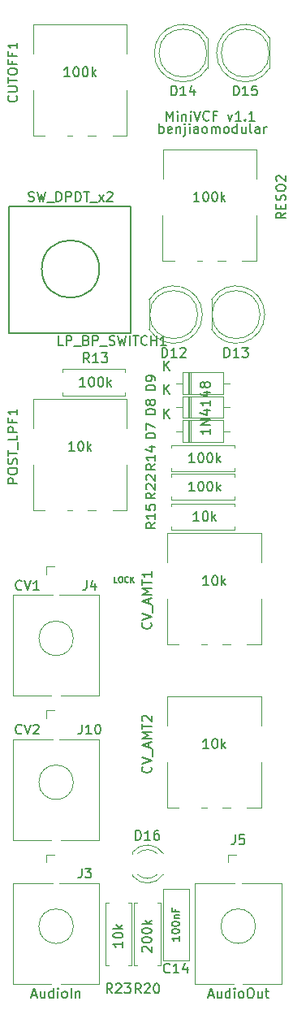
<source format=gbr>
%TF.GenerationSoftware,KiCad,Pcbnew,5.1.9+dfsg1-1~bpo10+1*%
%TF.CreationDate,2022-03-11T22:19:31+08:00*%
%TF.ProjectId,MiniVCF  v1.1 -  Control,4d696e69-5643-4462-9020-76312e31202d,rev?*%
%TF.SameCoordinates,Original*%
%TF.FileFunction,Legend,Top*%
%TF.FilePolarity,Positive*%
%FSLAX46Y46*%
G04 Gerber Fmt 4.6, Leading zero omitted, Abs format (unit mm)*
G04 Created by KiCad (PCBNEW 5.1.9+dfsg1-1~bpo10+1) date 2022-03-11 22:19:31*
%MOMM*%
%LPD*%
G01*
G04 APERTURE LIST*
%ADD10C,0.150000*%
%ADD11C,0.120000*%
G04 APERTURE END LIST*
D10*
X83853428Y-111650428D02*
X83567714Y-111650428D01*
X83567714Y-111050428D01*
X84167714Y-111050428D02*
X84282000Y-111050428D01*
X84339142Y-111079000D01*
X84396285Y-111136142D01*
X84424857Y-111250428D01*
X84424857Y-111450428D01*
X84396285Y-111564714D01*
X84339142Y-111621857D01*
X84282000Y-111650428D01*
X84167714Y-111650428D01*
X84110571Y-111621857D01*
X84053428Y-111564714D01*
X84024857Y-111450428D01*
X84024857Y-111250428D01*
X84053428Y-111136142D01*
X84110571Y-111079000D01*
X84167714Y-111050428D01*
X85024857Y-111593285D02*
X84996285Y-111621857D01*
X84910571Y-111650428D01*
X84853428Y-111650428D01*
X84767714Y-111621857D01*
X84710571Y-111564714D01*
X84682000Y-111507571D01*
X84653428Y-111393285D01*
X84653428Y-111307571D01*
X84682000Y-111193285D01*
X84710571Y-111136142D01*
X84767714Y-111079000D01*
X84853428Y-111050428D01*
X84910571Y-111050428D01*
X84996285Y-111079000D01*
X85024857Y-111107571D01*
X85282000Y-111650428D02*
X85282000Y-111050428D01*
X85624857Y-111650428D02*
X85367714Y-111307571D01*
X85624857Y-111050428D02*
X85282000Y-111393285D01*
X88276190Y-64852380D02*
X88276190Y-63852380D01*
X88276190Y-64233333D02*
X88371428Y-64185714D01*
X88561904Y-64185714D01*
X88657142Y-64233333D01*
X88704761Y-64280952D01*
X88752380Y-64376190D01*
X88752380Y-64661904D01*
X88704761Y-64757142D01*
X88657142Y-64804761D01*
X88561904Y-64852380D01*
X88371428Y-64852380D01*
X88276190Y-64804761D01*
X89561904Y-64804761D02*
X89466666Y-64852380D01*
X89276190Y-64852380D01*
X89180952Y-64804761D01*
X89133333Y-64709523D01*
X89133333Y-64328571D01*
X89180952Y-64233333D01*
X89276190Y-64185714D01*
X89466666Y-64185714D01*
X89561904Y-64233333D01*
X89609523Y-64328571D01*
X89609523Y-64423809D01*
X89133333Y-64519047D01*
X90038095Y-64185714D02*
X90038095Y-64852380D01*
X90038095Y-64280952D02*
X90085714Y-64233333D01*
X90180952Y-64185714D01*
X90323809Y-64185714D01*
X90419047Y-64233333D01*
X90466666Y-64328571D01*
X90466666Y-64852380D01*
X90942857Y-64185714D02*
X90942857Y-65042857D01*
X90895238Y-65138095D01*
X90800000Y-65185714D01*
X90752380Y-65185714D01*
X90942857Y-63852380D02*
X90895238Y-63900000D01*
X90942857Y-63947619D01*
X90990476Y-63900000D01*
X90942857Y-63852380D01*
X90942857Y-63947619D01*
X91419047Y-64852380D02*
X91419047Y-64185714D01*
X91419047Y-63852380D02*
X91371428Y-63900000D01*
X91419047Y-63947619D01*
X91466666Y-63900000D01*
X91419047Y-63852380D01*
X91419047Y-63947619D01*
X92323809Y-64852380D02*
X92323809Y-64328571D01*
X92276190Y-64233333D01*
X92180952Y-64185714D01*
X91990476Y-64185714D01*
X91895238Y-64233333D01*
X92323809Y-64804761D02*
X92228571Y-64852380D01*
X91990476Y-64852380D01*
X91895238Y-64804761D01*
X91847619Y-64709523D01*
X91847619Y-64614285D01*
X91895238Y-64519047D01*
X91990476Y-64471428D01*
X92228571Y-64471428D01*
X92323809Y-64423809D01*
X92942857Y-64852380D02*
X92847619Y-64804761D01*
X92800000Y-64757142D01*
X92752380Y-64661904D01*
X92752380Y-64376190D01*
X92800000Y-64280952D01*
X92847619Y-64233333D01*
X92942857Y-64185714D01*
X93085714Y-64185714D01*
X93180952Y-64233333D01*
X93228571Y-64280952D01*
X93276190Y-64376190D01*
X93276190Y-64661904D01*
X93228571Y-64757142D01*
X93180952Y-64804761D01*
X93085714Y-64852380D01*
X92942857Y-64852380D01*
X93704761Y-64852380D02*
X93704761Y-64185714D01*
X93704761Y-64280952D02*
X93752380Y-64233333D01*
X93847619Y-64185714D01*
X93990476Y-64185714D01*
X94085714Y-64233333D01*
X94133333Y-64328571D01*
X94133333Y-64852380D01*
X94133333Y-64328571D02*
X94180952Y-64233333D01*
X94276190Y-64185714D01*
X94419047Y-64185714D01*
X94514285Y-64233333D01*
X94561904Y-64328571D01*
X94561904Y-64852380D01*
X95180952Y-64852380D02*
X95085714Y-64804761D01*
X95038095Y-64757142D01*
X94990476Y-64661904D01*
X94990476Y-64376190D01*
X95038095Y-64280952D01*
X95085714Y-64233333D01*
X95180952Y-64185714D01*
X95323809Y-64185714D01*
X95419047Y-64233333D01*
X95466666Y-64280952D01*
X95514285Y-64376190D01*
X95514285Y-64661904D01*
X95466666Y-64757142D01*
X95419047Y-64804761D01*
X95323809Y-64852380D01*
X95180952Y-64852380D01*
X96371428Y-64852380D02*
X96371428Y-63852380D01*
X96371428Y-64804761D02*
X96276190Y-64852380D01*
X96085714Y-64852380D01*
X95990476Y-64804761D01*
X95942857Y-64757142D01*
X95895238Y-64661904D01*
X95895238Y-64376190D01*
X95942857Y-64280952D01*
X95990476Y-64233333D01*
X96085714Y-64185714D01*
X96276190Y-64185714D01*
X96371428Y-64233333D01*
X97276190Y-64185714D02*
X97276190Y-64852380D01*
X96847619Y-64185714D02*
X96847619Y-64709523D01*
X96895238Y-64804761D01*
X96990476Y-64852380D01*
X97133333Y-64852380D01*
X97228571Y-64804761D01*
X97276190Y-64757142D01*
X97895238Y-64852380D02*
X97800000Y-64804761D01*
X97752380Y-64709523D01*
X97752380Y-63852380D01*
X98704761Y-64852380D02*
X98704761Y-64328571D01*
X98657142Y-64233333D01*
X98561904Y-64185714D01*
X98371428Y-64185714D01*
X98276190Y-64233333D01*
X98704761Y-64804761D02*
X98609523Y-64852380D01*
X98371428Y-64852380D01*
X98276190Y-64804761D01*
X98228571Y-64709523D01*
X98228571Y-64614285D01*
X98276190Y-64519047D01*
X98371428Y-64471428D01*
X98609523Y-64471428D01*
X98704761Y-64423809D01*
X99180952Y-64852380D02*
X99180952Y-64185714D01*
X99180952Y-64376190D02*
X99228571Y-64280952D01*
X99276190Y-64233333D01*
X99371428Y-64185714D01*
X99466666Y-64185714D01*
X89028571Y-63552380D02*
X89028571Y-62552380D01*
X89361904Y-63266666D01*
X89695238Y-62552380D01*
X89695238Y-63552380D01*
X90171428Y-63552380D02*
X90171428Y-62885714D01*
X90171428Y-62552380D02*
X90123809Y-62600000D01*
X90171428Y-62647619D01*
X90219047Y-62600000D01*
X90171428Y-62552380D01*
X90171428Y-62647619D01*
X90647619Y-62885714D02*
X90647619Y-63552380D01*
X90647619Y-62980952D02*
X90695238Y-62933333D01*
X90790476Y-62885714D01*
X90933333Y-62885714D01*
X91028571Y-62933333D01*
X91076190Y-63028571D01*
X91076190Y-63552380D01*
X91552380Y-63552380D02*
X91552380Y-62885714D01*
X91552380Y-62552380D02*
X91504761Y-62600000D01*
X91552380Y-62647619D01*
X91600000Y-62600000D01*
X91552380Y-62552380D01*
X91552380Y-62647619D01*
X91885714Y-62552380D02*
X92219047Y-63552380D01*
X92552380Y-62552380D01*
X93457142Y-63457142D02*
X93409523Y-63504761D01*
X93266666Y-63552380D01*
X93171428Y-63552380D01*
X93028571Y-63504761D01*
X92933333Y-63409523D01*
X92885714Y-63314285D01*
X92838095Y-63123809D01*
X92838095Y-62980952D01*
X92885714Y-62790476D01*
X92933333Y-62695238D01*
X93028571Y-62600000D01*
X93171428Y-62552380D01*
X93266666Y-62552380D01*
X93409523Y-62600000D01*
X93457142Y-62647619D01*
X94219047Y-63028571D02*
X93885714Y-63028571D01*
X93885714Y-63552380D02*
X93885714Y-62552380D01*
X94361904Y-62552380D01*
X95409523Y-62885714D02*
X95647619Y-63552380D01*
X95885714Y-62885714D01*
X96790476Y-63552380D02*
X96219047Y-63552380D01*
X96504761Y-63552380D02*
X96504761Y-62552380D01*
X96409523Y-62695238D01*
X96314285Y-62790476D01*
X96219047Y-62838095D01*
X97219047Y-63457142D02*
X97266666Y-63504761D01*
X97219047Y-63552380D01*
X97171428Y-63504761D01*
X97219047Y-63457142D01*
X97219047Y-63552380D01*
X98219047Y-63552380D02*
X97647619Y-63552380D01*
X97933333Y-63552380D02*
X97933333Y-62552380D01*
X97838095Y-62695238D01*
X97742857Y-62790476D01*
X97647619Y-62838095D01*
D11*
%TO.C,D13*%
X93710000Y-82205000D02*
X93710000Y-85295000D01*
X98770000Y-83750000D02*
G75*
G03*
X98770000Y-83750000I-2500000J0D01*
G01*
X99260000Y-83750462D02*
G75*
G03*
X93710000Y-82205170I-2990000J462D01*
G01*
X99260000Y-83749538D02*
G75*
G02*
X93710000Y-85294830I-2990000J-462D01*
G01*
%TO.C,D12*%
X92270000Y-83750000D02*
G75*
G03*
X92270000Y-83750000I-2500000J0D01*
G01*
X87210000Y-82205000D02*
X87210000Y-85295000D01*
X92760000Y-83749538D02*
G75*
G02*
X87210000Y-85294830I-2990000J-462D01*
G01*
X92760000Y-83750462D02*
G75*
G03*
X87210000Y-82205170I-2990000J462D01*
G01*
%TO.C,POST_LPF1*%
X84870000Y-104120000D02*
X84870000Y-99400000D01*
X84870000Y-104120000D02*
X83380000Y-104120000D01*
X81660000Y-104120000D02*
X80830000Y-104120000D01*
X76310000Y-104120000D02*
X75130000Y-104120000D01*
X84870000Y-92530000D02*
X75130000Y-92530000D01*
X84870000Y-95590000D02*
X84870000Y-92530000D01*
X75120000Y-104120000D02*
X75120000Y-99400000D01*
X75130000Y-95590000D02*
X75130000Y-92530000D01*
X79210000Y-104120000D02*
X78680000Y-104120000D01*
%TO.C,C14*%
X88630000Y-151020000D02*
X91370000Y-151020000D01*
X91370000Y-151020000D02*
X91370000Y-143580000D01*
X88630000Y-151020000D02*
X88630000Y-143580000D01*
X88630000Y-143580000D02*
X91370000Y-143580000D01*
%TO.C,D7*%
X90690000Y-94780000D02*
X90690000Y-97020000D01*
X90690000Y-97020000D02*
X94930000Y-97020000D01*
X94930000Y-97020000D02*
X94930000Y-94780000D01*
X94930000Y-94780000D02*
X90690000Y-94780000D01*
X90040000Y-95900000D02*
X90690000Y-95900000D01*
X95580000Y-95900000D02*
X94930000Y-95900000D01*
X91410000Y-94780000D02*
X91410000Y-97020000D01*
X91530000Y-94780000D02*
X91530000Y-97020000D01*
X91290000Y-94780000D02*
X91290000Y-97020000D01*
%TO.C,D8*%
X91290000Y-92280000D02*
X91290000Y-94520000D01*
X91530000Y-92280000D02*
X91530000Y-94520000D01*
X91410000Y-92280000D02*
X91410000Y-94520000D01*
X95580000Y-93400000D02*
X94930000Y-93400000D01*
X90040000Y-93400000D02*
X90690000Y-93400000D01*
X94930000Y-92280000D02*
X90690000Y-92280000D01*
X94930000Y-94520000D02*
X94930000Y-92280000D01*
X90690000Y-94520000D02*
X94930000Y-94520000D01*
X90690000Y-92280000D02*
X90690000Y-94520000D01*
%TO.C,D9*%
X90690000Y-89780000D02*
X90690000Y-92020000D01*
X90690000Y-92020000D02*
X94930000Y-92020000D01*
X94930000Y-92020000D02*
X94930000Y-89780000D01*
X94930000Y-89780000D02*
X90690000Y-89780000D01*
X90040000Y-90900000D02*
X90690000Y-90900000D01*
X95580000Y-90900000D02*
X94930000Y-90900000D01*
X91410000Y-89780000D02*
X91410000Y-92020000D01*
X91530000Y-89780000D02*
X91530000Y-92020000D01*
X91290000Y-89780000D02*
X91290000Y-92020000D01*
%TO.C,R13*%
X78140000Y-89430000D02*
X84680000Y-89430000D01*
X78140000Y-89760000D02*
X78140000Y-89430000D01*
X78140000Y-92170000D02*
X84680000Y-92170000D01*
X84680000Y-92170000D02*
X84680000Y-91840000D01*
X78140000Y-91840000D02*
X78140000Y-92170000D01*
X84680000Y-89430000D02*
X84680000Y-89760000D01*
%TO.C,R14*%
X96080000Y-97330000D02*
X96080000Y-97660000D01*
X89540000Y-99740000D02*
X89540000Y-100070000D01*
X96080000Y-100070000D02*
X96080000Y-99740000D01*
X89540000Y-100070000D02*
X96080000Y-100070000D01*
X89540000Y-97660000D02*
X89540000Y-97330000D01*
X89540000Y-97330000D02*
X96080000Y-97330000D01*
%TO.C,R15*%
X89540000Y-103430000D02*
X96080000Y-103430000D01*
X89540000Y-103760000D02*
X89540000Y-103430000D01*
X89540000Y-106170000D02*
X96080000Y-106170000D01*
X96080000Y-106170000D02*
X96080000Y-105840000D01*
X89540000Y-105840000D02*
X89540000Y-106170000D01*
X96080000Y-103430000D02*
X96080000Y-103760000D01*
%TO.C,R20*%
X88370000Y-145040000D02*
X88370000Y-151580000D01*
X88040000Y-145040000D02*
X88370000Y-145040000D01*
X85630000Y-145040000D02*
X85630000Y-151580000D01*
X85630000Y-151580000D02*
X85960000Y-151580000D01*
X85960000Y-145040000D02*
X85630000Y-145040000D01*
X88370000Y-151580000D02*
X88040000Y-151580000D01*
%TO.C,R22*%
X89540000Y-100330000D02*
X96080000Y-100330000D01*
X89540000Y-100660000D02*
X89540000Y-100330000D01*
X89540000Y-103070000D02*
X96080000Y-103070000D01*
X96080000Y-103070000D02*
X96080000Y-102740000D01*
X89540000Y-102740000D02*
X89540000Y-103070000D01*
X96080000Y-100330000D02*
X96080000Y-100660000D01*
%TO.C,R23*%
X85370000Y-145040000D02*
X85370000Y-151580000D01*
X85040000Y-145040000D02*
X85370000Y-145040000D01*
X82630000Y-145040000D02*
X82630000Y-151580000D01*
X82630000Y-151580000D02*
X82960000Y-151580000D01*
X82960000Y-145040000D02*
X82630000Y-145040000D01*
X85370000Y-151580000D02*
X85040000Y-151580000D01*
%TO.C,CUTOFF1*%
X84870000Y-65120000D02*
X84870000Y-60400000D01*
X84870000Y-65120000D02*
X83380000Y-65120000D01*
X81660000Y-65120000D02*
X80830000Y-65120000D01*
X76310000Y-65120000D02*
X75130000Y-65120000D01*
X84870000Y-53530000D02*
X75130000Y-53530000D01*
X84870000Y-56590000D02*
X84870000Y-53530000D01*
X75120000Y-65120000D02*
X75120000Y-60400000D01*
X75130000Y-56590000D02*
X75130000Y-53530000D01*
X79210000Y-65120000D02*
X78680000Y-65120000D01*
%TO.C,CV_AMT1*%
X93210000Y-118120000D02*
X92680000Y-118120000D01*
X89130000Y-109590000D02*
X89130000Y-106530000D01*
X89120000Y-118120000D02*
X89120000Y-113400000D01*
X98870000Y-109590000D02*
X98870000Y-106530000D01*
X98870000Y-106530000D02*
X89130000Y-106530000D01*
X90310000Y-118120000D02*
X89130000Y-118120000D01*
X95660000Y-118120000D02*
X94830000Y-118120000D01*
X98870000Y-118120000D02*
X97380000Y-118120000D01*
X98870000Y-118120000D02*
X98870000Y-113400000D01*
%TO.C,CV_AMT2*%
X98870000Y-135120000D02*
X98870000Y-130400000D01*
X98870000Y-135120000D02*
X97380000Y-135120000D01*
X95660000Y-135120000D02*
X94830000Y-135120000D01*
X90310000Y-135120000D02*
X89130000Y-135120000D01*
X98870000Y-123530000D02*
X89130000Y-123530000D01*
X98870000Y-126590000D02*
X98870000Y-123530000D01*
X89120000Y-135120000D02*
X89120000Y-130400000D01*
X89130000Y-126590000D02*
X89130000Y-123530000D01*
X93210000Y-135120000D02*
X92680000Y-135120000D01*
%TO.C,D14*%
X93230000Y-56500000D02*
G75*
G03*
X93230000Y-56500000I-2500000J0D01*
G01*
X93290000Y-58045000D02*
X93290000Y-54955000D01*
X87740000Y-56500462D02*
G75*
G02*
X93290000Y-54955170I2990000J462D01*
G01*
X87740000Y-56499538D02*
G75*
G03*
X93290000Y-58044830I2990000J-462D01*
G01*
%TO.C,D15*%
X99790000Y-58045000D02*
X99790000Y-54955000D01*
X99730000Y-56500000D02*
G75*
G03*
X99730000Y-56500000I-2500000J0D01*
G01*
X94240000Y-56499538D02*
G75*
G03*
X99790000Y-58044830I2990000J-462D01*
G01*
X94240000Y-56500462D02*
G75*
G02*
X99790000Y-54955170I2990000J462D01*
G01*
%TO.C,D16*%
X85460000Y-142080000D02*
X85460000Y-142236000D01*
X85460000Y-139764000D02*
X85460000Y-139920000D01*
X88692335Y-139921392D02*
G75*
G03*
X85460000Y-139764484I-1672335J-1078608D01*
G01*
X88692335Y-142078608D02*
G75*
G02*
X85460000Y-142235516I-1672335J1078608D01*
G01*
X88061130Y-139920163D02*
G75*
G03*
X85979039Y-139920000I-1041130J-1079837D01*
G01*
X88061130Y-142079837D02*
G75*
G02*
X85979039Y-142080000I-1041130J1079837D01*
G01*
%TO.C,J3*%
X76440000Y-140000000D02*
X77300000Y-140000000D01*
X77000000Y-153480000D02*
X73000000Y-153480000D01*
X82000000Y-153480000D02*
X78000000Y-153480000D01*
X73000000Y-142980000D02*
X73000000Y-153480000D01*
X79300000Y-147480000D02*
G75*
G03*
X79300000Y-147480000I-1800000J0D01*
G01*
X77150000Y-142980000D02*
X73000000Y-142980000D01*
X82000000Y-142980000D02*
X77850000Y-142980000D01*
X82000000Y-142980000D02*
X82000000Y-153480000D01*
X76440000Y-140000000D02*
X76440000Y-140800000D01*
%TO.C,J4*%
X76440000Y-110000000D02*
X77300000Y-110000000D01*
X77000000Y-123480000D02*
X73000000Y-123480000D01*
X82000000Y-123480000D02*
X78000000Y-123480000D01*
X73000000Y-112980000D02*
X73000000Y-123480000D01*
X79300000Y-117480000D02*
G75*
G03*
X79300000Y-117480000I-1800000J0D01*
G01*
X77150000Y-112980000D02*
X73000000Y-112980000D01*
X82000000Y-112980000D02*
X77850000Y-112980000D01*
X82000000Y-112980000D02*
X82000000Y-123480000D01*
X76440000Y-110000000D02*
X76440000Y-110800000D01*
%TO.C,J5*%
X95440000Y-140000000D02*
X95440000Y-140800000D01*
X101000000Y-142980000D02*
X101000000Y-153480000D01*
X101000000Y-142980000D02*
X96850000Y-142980000D01*
X96150000Y-142980000D02*
X92000000Y-142980000D01*
X98300000Y-147480000D02*
G75*
G03*
X98300000Y-147480000I-1800000J0D01*
G01*
X92000000Y-142980000D02*
X92000000Y-153480000D01*
X101000000Y-153480000D02*
X97000000Y-153480000D01*
X96000000Y-153480000D02*
X92000000Y-153480000D01*
X95440000Y-140000000D02*
X96300000Y-140000000D01*
%TO.C,J10*%
X76440000Y-125000000D02*
X76440000Y-125800000D01*
X82000000Y-127980000D02*
X82000000Y-138480000D01*
X82000000Y-127980000D02*
X77850000Y-127980000D01*
X77150000Y-127980000D02*
X73000000Y-127980000D01*
X79300000Y-132480000D02*
G75*
G03*
X79300000Y-132480000I-1800000J0D01*
G01*
X73000000Y-127980000D02*
X73000000Y-138480000D01*
X82000000Y-138480000D02*
X78000000Y-138480000D01*
X77000000Y-138480000D02*
X73000000Y-138480000D01*
X76440000Y-125000000D02*
X77300000Y-125000000D01*
%TO.C,RESO2*%
X92710000Y-78120000D02*
X92180000Y-78120000D01*
X88630000Y-69590000D02*
X88630000Y-66530000D01*
X88620000Y-78120000D02*
X88620000Y-73400000D01*
X98370000Y-69590000D02*
X98370000Y-66530000D01*
X98370000Y-66530000D02*
X88630000Y-66530000D01*
X89810000Y-78120000D02*
X88630000Y-78120000D01*
X95160000Y-78120000D02*
X94330000Y-78120000D01*
X98370000Y-78120000D02*
X96880000Y-78120000D01*
X98370000Y-78120000D02*
X98370000Y-73400000D01*
D10*
%TO.C,LP_BP_SWITCH1*%
X82000833Y-79000000D02*
G75*
G03*
X82000833Y-79000000I-3000417J0D01*
G01*
X85300000Y-85700000D02*
X72600000Y-85700000D01*
X72600000Y-85700000D02*
X72600000Y-72500000D01*
X85300000Y-72500000D02*
X85300000Y-85700000D01*
X72600000Y-72500000D02*
X85300000Y-72500000D01*
%TO.C,D13*%
X95055714Y-88202380D02*
X95055714Y-87202380D01*
X95293809Y-87202380D01*
X95436666Y-87250000D01*
X95531904Y-87345238D01*
X95579523Y-87440476D01*
X95627142Y-87630952D01*
X95627142Y-87773809D01*
X95579523Y-87964285D01*
X95531904Y-88059523D01*
X95436666Y-88154761D01*
X95293809Y-88202380D01*
X95055714Y-88202380D01*
X96579523Y-88202380D02*
X96008095Y-88202380D01*
X96293809Y-88202380D02*
X96293809Y-87202380D01*
X96198571Y-87345238D01*
X96103333Y-87440476D01*
X96008095Y-87488095D01*
X96912857Y-87202380D02*
X97531904Y-87202380D01*
X97198571Y-87583333D01*
X97341428Y-87583333D01*
X97436666Y-87630952D01*
X97484285Y-87678571D01*
X97531904Y-87773809D01*
X97531904Y-88011904D01*
X97484285Y-88107142D01*
X97436666Y-88154761D01*
X97341428Y-88202380D01*
X97055714Y-88202380D01*
X96960476Y-88154761D01*
X96912857Y-88107142D01*
%TO.C,D12*%
X88555714Y-88202380D02*
X88555714Y-87202380D01*
X88793809Y-87202380D01*
X88936666Y-87250000D01*
X89031904Y-87345238D01*
X89079523Y-87440476D01*
X89127142Y-87630952D01*
X89127142Y-87773809D01*
X89079523Y-87964285D01*
X89031904Y-88059523D01*
X88936666Y-88154761D01*
X88793809Y-88202380D01*
X88555714Y-88202380D01*
X90079523Y-88202380D02*
X89508095Y-88202380D01*
X89793809Y-88202380D02*
X89793809Y-87202380D01*
X89698571Y-87345238D01*
X89603333Y-87440476D01*
X89508095Y-87488095D01*
X90460476Y-87297619D02*
X90508095Y-87250000D01*
X90603333Y-87202380D01*
X90841428Y-87202380D01*
X90936666Y-87250000D01*
X90984285Y-87297619D01*
X91031904Y-87392857D01*
X91031904Y-87488095D01*
X90984285Y-87630952D01*
X90412857Y-88202380D01*
X91031904Y-88202380D01*
%TO.C,POST_LPF1*%
X73452380Y-101333333D02*
X72452380Y-101333333D01*
X72452380Y-100952380D01*
X72500000Y-100857142D01*
X72547619Y-100809523D01*
X72642857Y-100761904D01*
X72785714Y-100761904D01*
X72880952Y-100809523D01*
X72928571Y-100857142D01*
X72976190Y-100952380D01*
X72976190Y-101333333D01*
X72452380Y-100142857D02*
X72452380Y-99952380D01*
X72500000Y-99857142D01*
X72595238Y-99761904D01*
X72785714Y-99714285D01*
X73119047Y-99714285D01*
X73309523Y-99761904D01*
X73404761Y-99857142D01*
X73452380Y-99952380D01*
X73452380Y-100142857D01*
X73404761Y-100238095D01*
X73309523Y-100333333D01*
X73119047Y-100380952D01*
X72785714Y-100380952D01*
X72595238Y-100333333D01*
X72500000Y-100238095D01*
X72452380Y-100142857D01*
X73404761Y-99333333D02*
X73452380Y-99190476D01*
X73452380Y-98952380D01*
X73404761Y-98857142D01*
X73357142Y-98809523D01*
X73261904Y-98761904D01*
X73166666Y-98761904D01*
X73071428Y-98809523D01*
X73023809Y-98857142D01*
X72976190Y-98952380D01*
X72928571Y-99142857D01*
X72880952Y-99238095D01*
X72833333Y-99285714D01*
X72738095Y-99333333D01*
X72642857Y-99333333D01*
X72547619Y-99285714D01*
X72500000Y-99238095D01*
X72452380Y-99142857D01*
X72452380Y-98904761D01*
X72500000Y-98761904D01*
X72452380Y-98476190D02*
X72452380Y-97904761D01*
X73452380Y-98190476D02*
X72452380Y-98190476D01*
X73547619Y-97809523D02*
X73547619Y-97047619D01*
X73452380Y-96333333D02*
X73452380Y-96809523D01*
X72452380Y-96809523D01*
X73452380Y-96000000D02*
X72452380Y-96000000D01*
X72452380Y-95619047D01*
X72500000Y-95523809D01*
X72547619Y-95476190D01*
X72642857Y-95428571D01*
X72785714Y-95428571D01*
X72880952Y-95476190D01*
X72928571Y-95523809D01*
X72976190Y-95619047D01*
X72976190Y-96000000D01*
X72928571Y-94666666D02*
X72928571Y-95000000D01*
X73452380Y-95000000D02*
X72452380Y-95000000D01*
X72452380Y-94523809D01*
X73452380Y-93619047D02*
X73452380Y-94190476D01*
X73452380Y-93904761D02*
X72452380Y-93904761D01*
X72595238Y-94000000D01*
X72690476Y-94095238D01*
X72738095Y-94190476D01*
X79404761Y-97952380D02*
X78833333Y-97952380D01*
X79119047Y-97952380D02*
X79119047Y-96952380D01*
X79023809Y-97095238D01*
X78928571Y-97190476D01*
X78833333Y-97238095D01*
X80023809Y-96952380D02*
X80119047Y-96952380D01*
X80214285Y-97000000D01*
X80261904Y-97047619D01*
X80309523Y-97142857D01*
X80357142Y-97333333D01*
X80357142Y-97571428D01*
X80309523Y-97761904D01*
X80261904Y-97857142D01*
X80214285Y-97904761D01*
X80119047Y-97952380D01*
X80023809Y-97952380D01*
X79928571Y-97904761D01*
X79880952Y-97857142D01*
X79833333Y-97761904D01*
X79785714Y-97571428D01*
X79785714Y-97333333D01*
X79833333Y-97142857D01*
X79880952Y-97047619D01*
X79928571Y-97000000D01*
X80023809Y-96952380D01*
X80785714Y-97952380D02*
X80785714Y-96952380D01*
X80880952Y-97571428D02*
X81166666Y-97952380D01*
X81166666Y-97285714D02*
X80785714Y-97666666D01*
%TO.C,C14*%
X89357142Y-152257142D02*
X89309523Y-152304761D01*
X89166666Y-152352380D01*
X89071428Y-152352380D01*
X88928571Y-152304761D01*
X88833333Y-152209523D01*
X88785714Y-152114285D01*
X88738095Y-151923809D01*
X88738095Y-151780952D01*
X88785714Y-151590476D01*
X88833333Y-151495238D01*
X88928571Y-151400000D01*
X89071428Y-151352380D01*
X89166666Y-151352380D01*
X89309523Y-151400000D01*
X89357142Y-151447619D01*
X90309523Y-152352380D02*
X89738095Y-152352380D01*
X90023809Y-152352380D02*
X90023809Y-151352380D01*
X89928571Y-151495238D01*
X89833333Y-151590476D01*
X89738095Y-151638095D01*
X91166666Y-151685714D02*
X91166666Y-152352380D01*
X90928571Y-151304761D02*
X90690476Y-152019047D01*
X91309523Y-152019047D01*
X90361904Y-148538095D02*
X90361904Y-148995238D01*
X90361904Y-148766666D02*
X89561904Y-148766666D01*
X89676190Y-148842857D01*
X89752380Y-148919047D01*
X89790476Y-148995238D01*
X89561904Y-148042857D02*
X89561904Y-147966666D01*
X89600000Y-147890476D01*
X89638095Y-147852380D01*
X89714285Y-147814285D01*
X89866666Y-147776190D01*
X90057142Y-147776190D01*
X90209523Y-147814285D01*
X90285714Y-147852380D01*
X90323809Y-147890476D01*
X90361904Y-147966666D01*
X90361904Y-148042857D01*
X90323809Y-148119047D01*
X90285714Y-148157142D01*
X90209523Y-148195238D01*
X90057142Y-148233333D01*
X89866666Y-148233333D01*
X89714285Y-148195238D01*
X89638095Y-148157142D01*
X89600000Y-148119047D01*
X89561904Y-148042857D01*
X89561904Y-147280952D02*
X89561904Y-147204761D01*
X89600000Y-147128571D01*
X89638095Y-147090476D01*
X89714285Y-147052380D01*
X89866666Y-147014285D01*
X90057142Y-147014285D01*
X90209523Y-147052380D01*
X90285714Y-147090476D01*
X90323809Y-147128571D01*
X90361904Y-147204761D01*
X90361904Y-147280952D01*
X90323809Y-147357142D01*
X90285714Y-147395238D01*
X90209523Y-147433333D01*
X90057142Y-147471428D01*
X89866666Y-147471428D01*
X89714285Y-147433333D01*
X89638095Y-147395238D01*
X89600000Y-147357142D01*
X89561904Y-147280952D01*
X89828571Y-146671428D02*
X90361904Y-146671428D01*
X89904761Y-146671428D02*
X89866666Y-146633333D01*
X89828571Y-146557142D01*
X89828571Y-146442857D01*
X89866666Y-146366666D01*
X89942857Y-146328571D01*
X90361904Y-146328571D01*
X89942857Y-145680952D02*
X89942857Y-145947619D01*
X90361904Y-145947619D02*
X89561904Y-145947619D01*
X89561904Y-145566666D01*
%TO.C,D7*%
X87852380Y-96638095D02*
X86852380Y-96638095D01*
X86852380Y-96400000D01*
X86900000Y-96257142D01*
X86995238Y-96161904D01*
X87090476Y-96114285D01*
X87280952Y-96066666D01*
X87423809Y-96066666D01*
X87614285Y-96114285D01*
X87709523Y-96161904D01*
X87804761Y-96257142D01*
X87852380Y-96400000D01*
X87852380Y-96638095D01*
X86852380Y-95733333D02*
X86852380Y-95066666D01*
X87852380Y-95495238D01*
X88738095Y-94552380D02*
X88738095Y-93552380D01*
X89309523Y-94552380D02*
X88880952Y-93980952D01*
X89309523Y-93552380D02*
X88738095Y-94123809D01*
%TO.C,D8*%
X87852380Y-94138095D02*
X86852380Y-94138095D01*
X86852380Y-93900000D01*
X86900000Y-93757142D01*
X86995238Y-93661904D01*
X87090476Y-93614285D01*
X87280952Y-93566666D01*
X87423809Y-93566666D01*
X87614285Y-93614285D01*
X87709523Y-93661904D01*
X87804761Y-93757142D01*
X87852380Y-93900000D01*
X87852380Y-94138095D01*
X87280952Y-92995238D02*
X87233333Y-93090476D01*
X87185714Y-93138095D01*
X87090476Y-93185714D01*
X87042857Y-93185714D01*
X86947619Y-93138095D01*
X86900000Y-93090476D01*
X86852380Y-92995238D01*
X86852380Y-92804761D01*
X86900000Y-92709523D01*
X86947619Y-92661904D01*
X87042857Y-92614285D01*
X87090476Y-92614285D01*
X87185714Y-92661904D01*
X87233333Y-92709523D01*
X87280952Y-92804761D01*
X87280952Y-92995238D01*
X87328571Y-93090476D01*
X87376190Y-93138095D01*
X87471428Y-93185714D01*
X87661904Y-93185714D01*
X87757142Y-93138095D01*
X87804761Y-93090476D01*
X87852380Y-92995238D01*
X87852380Y-92804761D01*
X87804761Y-92709523D01*
X87757142Y-92661904D01*
X87661904Y-92614285D01*
X87471428Y-92614285D01*
X87376190Y-92661904D01*
X87328571Y-92709523D01*
X87280952Y-92804761D01*
X88738095Y-92052380D02*
X88738095Y-91052380D01*
X89309523Y-92052380D02*
X88880952Y-91480952D01*
X89309523Y-91052380D02*
X88738095Y-91623809D01*
%TO.C,D9*%
X87852380Y-91638095D02*
X86852380Y-91638095D01*
X86852380Y-91400000D01*
X86900000Y-91257142D01*
X86995238Y-91161904D01*
X87090476Y-91114285D01*
X87280952Y-91066666D01*
X87423809Y-91066666D01*
X87614285Y-91114285D01*
X87709523Y-91161904D01*
X87804761Y-91257142D01*
X87852380Y-91400000D01*
X87852380Y-91638095D01*
X87852380Y-90590476D02*
X87852380Y-90400000D01*
X87804761Y-90304761D01*
X87757142Y-90257142D01*
X87614285Y-90161904D01*
X87423809Y-90114285D01*
X87042857Y-90114285D01*
X86947619Y-90161904D01*
X86900000Y-90209523D01*
X86852380Y-90304761D01*
X86852380Y-90495238D01*
X86900000Y-90590476D01*
X86947619Y-90638095D01*
X87042857Y-90685714D01*
X87280952Y-90685714D01*
X87376190Y-90638095D01*
X87423809Y-90590476D01*
X87471428Y-90495238D01*
X87471428Y-90304761D01*
X87423809Y-90209523D01*
X87376190Y-90161904D01*
X87280952Y-90114285D01*
X93552380Y-95642857D02*
X93552380Y-96214285D01*
X93552380Y-95928571D02*
X92552380Y-95928571D01*
X92695238Y-96023809D01*
X92790476Y-96119047D01*
X92838095Y-96214285D01*
X93552380Y-95214285D02*
X92552380Y-95214285D01*
X93552380Y-94642857D01*
X92552380Y-94642857D01*
X92885714Y-93738095D02*
X93552380Y-93738095D01*
X92504761Y-93976190D02*
X93219047Y-94214285D01*
X93219047Y-93595238D01*
X93552380Y-92690476D02*
X93552380Y-93261904D01*
X93552380Y-92976190D02*
X92552380Y-92976190D01*
X92695238Y-93071428D01*
X92790476Y-93166666D01*
X92838095Y-93261904D01*
X92885714Y-91833333D02*
X93552380Y-91833333D01*
X92504761Y-92071428D02*
X93219047Y-92309523D01*
X93219047Y-91690476D01*
X92980952Y-91166666D02*
X92933333Y-91261904D01*
X92885714Y-91309523D01*
X92790476Y-91357142D01*
X92742857Y-91357142D01*
X92647619Y-91309523D01*
X92600000Y-91261904D01*
X92552380Y-91166666D01*
X92552380Y-90976190D01*
X92600000Y-90880952D01*
X92647619Y-90833333D01*
X92742857Y-90785714D01*
X92790476Y-90785714D01*
X92885714Y-90833333D01*
X92933333Y-90880952D01*
X92980952Y-90976190D01*
X92980952Y-91166666D01*
X93028571Y-91261904D01*
X93076190Y-91309523D01*
X93171428Y-91357142D01*
X93361904Y-91357142D01*
X93457142Y-91309523D01*
X93504761Y-91261904D01*
X93552380Y-91166666D01*
X93552380Y-90976190D01*
X93504761Y-90880952D01*
X93457142Y-90833333D01*
X93361904Y-90785714D01*
X93171428Y-90785714D01*
X93076190Y-90833333D01*
X93028571Y-90880952D01*
X92980952Y-90976190D01*
X88738095Y-89552380D02*
X88738095Y-88552380D01*
X89309523Y-89552380D02*
X88880952Y-88980952D01*
X89309523Y-88552380D02*
X88738095Y-89123809D01*
%TO.C,R13*%
X80957142Y-88752380D02*
X80623809Y-88276190D01*
X80385714Y-88752380D02*
X80385714Y-87752380D01*
X80766666Y-87752380D01*
X80861904Y-87800000D01*
X80909523Y-87847619D01*
X80957142Y-87942857D01*
X80957142Y-88085714D01*
X80909523Y-88180952D01*
X80861904Y-88228571D01*
X80766666Y-88276190D01*
X80385714Y-88276190D01*
X81909523Y-88752380D02*
X81338095Y-88752380D01*
X81623809Y-88752380D02*
X81623809Y-87752380D01*
X81528571Y-87895238D01*
X81433333Y-87990476D01*
X81338095Y-88038095D01*
X82242857Y-87752380D02*
X82861904Y-87752380D01*
X82528571Y-88133333D01*
X82671428Y-88133333D01*
X82766666Y-88180952D01*
X82814285Y-88228571D01*
X82861904Y-88323809D01*
X82861904Y-88561904D01*
X82814285Y-88657142D01*
X82766666Y-88704761D01*
X82671428Y-88752380D01*
X82385714Y-88752380D01*
X82290476Y-88704761D01*
X82242857Y-88657142D01*
X80528571Y-91252380D02*
X79957142Y-91252380D01*
X80242857Y-91252380D02*
X80242857Y-90252380D01*
X80147619Y-90395238D01*
X80052380Y-90490476D01*
X79957142Y-90538095D01*
X81147619Y-90252380D02*
X81242857Y-90252380D01*
X81338095Y-90300000D01*
X81385714Y-90347619D01*
X81433333Y-90442857D01*
X81480952Y-90633333D01*
X81480952Y-90871428D01*
X81433333Y-91061904D01*
X81385714Y-91157142D01*
X81338095Y-91204761D01*
X81242857Y-91252380D01*
X81147619Y-91252380D01*
X81052380Y-91204761D01*
X81004761Y-91157142D01*
X80957142Y-91061904D01*
X80909523Y-90871428D01*
X80909523Y-90633333D01*
X80957142Y-90442857D01*
X81004761Y-90347619D01*
X81052380Y-90300000D01*
X81147619Y-90252380D01*
X82100000Y-90252380D02*
X82195238Y-90252380D01*
X82290476Y-90300000D01*
X82338095Y-90347619D01*
X82385714Y-90442857D01*
X82433333Y-90633333D01*
X82433333Y-90871428D01*
X82385714Y-91061904D01*
X82338095Y-91157142D01*
X82290476Y-91204761D01*
X82195238Y-91252380D01*
X82100000Y-91252380D01*
X82004761Y-91204761D01*
X81957142Y-91157142D01*
X81909523Y-91061904D01*
X81861904Y-90871428D01*
X81861904Y-90633333D01*
X81909523Y-90442857D01*
X81957142Y-90347619D01*
X82004761Y-90300000D01*
X82100000Y-90252380D01*
X82861904Y-91252380D02*
X82861904Y-90252380D01*
X82957142Y-90871428D02*
X83242857Y-91252380D01*
X83242857Y-90585714D02*
X82861904Y-90966666D01*
%TO.C,R14*%
X87852380Y-99342857D02*
X87376190Y-99676190D01*
X87852380Y-99914285D02*
X86852380Y-99914285D01*
X86852380Y-99533333D01*
X86900000Y-99438095D01*
X86947619Y-99390476D01*
X87042857Y-99342857D01*
X87185714Y-99342857D01*
X87280952Y-99390476D01*
X87328571Y-99438095D01*
X87376190Y-99533333D01*
X87376190Y-99914285D01*
X87852380Y-98390476D02*
X87852380Y-98961904D01*
X87852380Y-98676190D02*
X86852380Y-98676190D01*
X86995238Y-98771428D01*
X87090476Y-98866666D01*
X87138095Y-98961904D01*
X87185714Y-97533333D02*
X87852380Y-97533333D01*
X86804761Y-97771428D02*
X87519047Y-98009523D01*
X87519047Y-97390476D01*
X91928571Y-99152380D02*
X91357142Y-99152380D01*
X91642857Y-99152380D02*
X91642857Y-98152380D01*
X91547619Y-98295238D01*
X91452380Y-98390476D01*
X91357142Y-98438095D01*
X92547619Y-98152380D02*
X92642857Y-98152380D01*
X92738095Y-98200000D01*
X92785714Y-98247619D01*
X92833333Y-98342857D01*
X92880952Y-98533333D01*
X92880952Y-98771428D01*
X92833333Y-98961904D01*
X92785714Y-99057142D01*
X92738095Y-99104761D01*
X92642857Y-99152380D01*
X92547619Y-99152380D01*
X92452380Y-99104761D01*
X92404761Y-99057142D01*
X92357142Y-98961904D01*
X92309523Y-98771428D01*
X92309523Y-98533333D01*
X92357142Y-98342857D01*
X92404761Y-98247619D01*
X92452380Y-98200000D01*
X92547619Y-98152380D01*
X93500000Y-98152380D02*
X93595238Y-98152380D01*
X93690476Y-98200000D01*
X93738095Y-98247619D01*
X93785714Y-98342857D01*
X93833333Y-98533333D01*
X93833333Y-98771428D01*
X93785714Y-98961904D01*
X93738095Y-99057142D01*
X93690476Y-99104761D01*
X93595238Y-99152380D01*
X93500000Y-99152380D01*
X93404761Y-99104761D01*
X93357142Y-99057142D01*
X93309523Y-98961904D01*
X93261904Y-98771428D01*
X93261904Y-98533333D01*
X93309523Y-98342857D01*
X93357142Y-98247619D01*
X93404761Y-98200000D01*
X93500000Y-98152380D01*
X94261904Y-99152380D02*
X94261904Y-98152380D01*
X94357142Y-98771428D02*
X94642857Y-99152380D01*
X94642857Y-98485714D02*
X94261904Y-98866666D01*
%TO.C,R15*%
X87852380Y-105442857D02*
X87376190Y-105776190D01*
X87852380Y-106014285D02*
X86852380Y-106014285D01*
X86852380Y-105633333D01*
X86900000Y-105538095D01*
X86947619Y-105490476D01*
X87042857Y-105442857D01*
X87185714Y-105442857D01*
X87280952Y-105490476D01*
X87328571Y-105538095D01*
X87376190Y-105633333D01*
X87376190Y-106014285D01*
X87852380Y-104490476D02*
X87852380Y-105061904D01*
X87852380Y-104776190D02*
X86852380Y-104776190D01*
X86995238Y-104871428D01*
X87090476Y-104966666D01*
X87138095Y-105061904D01*
X86852380Y-103585714D02*
X86852380Y-104061904D01*
X87328571Y-104109523D01*
X87280952Y-104061904D01*
X87233333Y-103966666D01*
X87233333Y-103728571D01*
X87280952Y-103633333D01*
X87328571Y-103585714D01*
X87423809Y-103538095D01*
X87661904Y-103538095D01*
X87757142Y-103585714D01*
X87804761Y-103633333D01*
X87852380Y-103728571D01*
X87852380Y-103966666D01*
X87804761Y-104061904D01*
X87757142Y-104109523D01*
X92404761Y-105252380D02*
X91833333Y-105252380D01*
X92119047Y-105252380D02*
X92119047Y-104252380D01*
X92023809Y-104395238D01*
X91928571Y-104490476D01*
X91833333Y-104538095D01*
X93023809Y-104252380D02*
X93119047Y-104252380D01*
X93214285Y-104300000D01*
X93261904Y-104347619D01*
X93309523Y-104442857D01*
X93357142Y-104633333D01*
X93357142Y-104871428D01*
X93309523Y-105061904D01*
X93261904Y-105157142D01*
X93214285Y-105204761D01*
X93119047Y-105252380D01*
X93023809Y-105252380D01*
X92928571Y-105204761D01*
X92880952Y-105157142D01*
X92833333Y-105061904D01*
X92785714Y-104871428D01*
X92785714Y-104633333D01*
X92833333Y-104442857D01*
X92880952Y-104347619D01*
X92928571Y-104300000D01*
X93023809Y-104252380D01*
X93785714Y-105252380D02*
X93785714Y-104252380D01*
X93880952Y-104871428D02*
X94166666Y-105252380D01*
X94166666Y-104585714D02*
X93785714Y-104966666D01*
%TO.C,R20*%
X86357142Y-154452380D02*
X86023809Y-153976190D01*
X85785714Y-154452380D02*
X85785714Y-153452380D01*
X86166666Y-153452380D01*
X86261904Y-153500000D01*
X86309523Y-153547619D01*
X86357142Y-153642857D01*
X86357142Y-153785714D01*
X86309523Y-153880952D01*
X86261904Y-153928571D01*
X86166666Y-153976190D01*
X85785714Y-153976190D01*
X86738095Y-153547619D02*
X86785714Y-153500000D01*
X86880952Y-153452380D01*
X87119047Y-153452380D01*
X87214285Y-153500000D01*
X87261904Y-153547619D01*
X87309523Y-153642857D01*
X87309523Y-153738095D01*
X87261904Y-153880952D01*
X86690476Y-154452380D01*
X87309523Y-154452380D01*
X87928571Y-153452380D02*
X88023809Y-153452380D01*
X88119047Y-153500000D01*
X88166666Y-153547619D01*
X88214285Y-153642857D01*
X88261904Y-153833333D01*
X88261904Y-154071428D01*
X88214285Y-154261904D01*
X88166666Y-154357142D01*
X88119047Y-154404761D01*
X88023809Y-154452380D01*
X87928571Y-154452380D01*
X87833333Y-154404761D01*
X87785714Y-154357142D01*
X87738095Y-154261904D01*
X87690476Y-154071428D01*
X87690476Y-153833333D01*
X87738095Y-153642857D01*
X87785714Y-153547619D01*
X87833333Y-153500000D01*
X87928571Y-153452380D01*
X86547619Y-150142857D02*
X86500000Y-150095238D01*
X86452380Y-150000000D01*
X86452380Y-149761904D01*
X86500000Y-149666666D01*
X86547619Y-149619047D01*
X86642857Y-149571428D01*
X86738095Y-149571428D01*
X86880952Y-149619047D01*
X87452380Y-150190476D01*
X87452380Y-149571428D01*
X86452380Y-148952380D02*
X86452380Y-148857142D01*
X86500000Y-148761904D01*
X86547619Y-148714285D01*
X86642857Y-148666666D01*
X86833333Y-148619047D01*
X87071428Y-148619047D01*
X87261904Y-148666666D01*
X87357142Y-148714285D01*
X87404761Y-148761904D01*
X87452380Y-148857142D01*
X87452380Y-148952380D01*
X87404761Y-149047619D01*
X87357142Y-149095238D01*
X87261904Y-149142857D01*
X87071428Y-149190476D01*
X86833333Y-149190476D01*
X86642857Y-149142857D01*
X86547619Y-149095238D01*
X86500000Y-149047619D01*
X86452380Y-148952380D01*
X86452380Y-148000000D02*
X86452380Y-147904761D01*
X86500000Y-147809523D01*
X86547619Y-147761904D01*
X86642857Y-147714285D01*
X86833333Y-147666666D01*
X87071428Y-147666666D01*
X87261904Y-147714285D01*
X87357142Y-147761904D01*
X87404761Y-147809523D01*
X87452380Y-147904761D01*
X87452380Y-148000000D01*
X87404761Y-148095238D01*
X87357142Y-148142857D01*
X87261904Y-148190476D01*
X87071428Y-148238095D01*
X86833333Y-148238095D01*
X86642857Y-148190476D01*
X86547619Y-148142857D01*
X86500000Y-148095238D01*
X86452380Y-148000000D01*
X87452380Y-147238095D02*
X86452380Y-147238095D01*
X87071428Y-147142857D02*
X87452380Y-146857142D01*
X86785714Y-146857142D02*
X87166666Y-147238095D01*
%TO.C,R22*%
X87852380Y-102342857D02*
X87376190Y-102676190D01*
X87852380Y-102914285D02*
X86852380Y-102914285D01*
X86852380Y-102533333D01*
X86900000Y-102438095D01*
X86947619Y-102390476D01*
X87042857Y-102342857D01*
X87185714Y-102342857D01*
X87280952Y-102390476D01*
X87328571Y-102438095D01*
X87376190Y-102533333D01*
X87376190Y-102914285D01*
X86947619Y-101961904D02*
X86900000Y-101914285D01*
X86852380Y-101819047D01*
X86852380Y-101580952D01*
X86900000Y-101485714D01*
X86947619Y-101438095D01*
X87042857Y-101390476D01*
X87138095Y-101390476D01*
X87280952Y-101438095D01*
X87852380Y-102009523D01*
X87852380Y-101390476D01*
X86947619Y-101009523D02*
X86900000Y-100961904D01*
X86852380Y-100866666D01*
X86852380Y-100628571D01*
X86900000Y-100533333D01*
X86947619Y-100485714D01*
X87042857Y-100438095D01*
X87138095Y-100438095D01*
X87280952Y-100485714D01*
X87852380Y-101057142D01*
X87852380Y-100438095D01*
X91928571Y-102152380D02*
X91357142Y-102152380D01*
X91642857Y-102152380D02*
X91642857Y-101152380D01*
X91547619Y-101295238D01*
X91452380Y-101390476D01*
X91357142Y-101438095D01*
X92547619Y-101152380D02*
X92642857Y-101152380D01*
X92738095Y-101200000D01*
X92785714Y-101247619D01*
X92833333Y-101342857D01*
X92880952Y-101533333D01*
X92880952Y-101771428D01*
X92833333Y-101961904D01*
X92785714Y-102057142D01*
X92738095Y-102104761D01*
X92642857Y-102152380D01*
X92547619Y-102152380D01*
X92452380Y-102104761D01*
X92404761Y-102057142D01*
X92357142Y-101961904D01*
X92309523Y-101771428D01*
X92309523Y-101533333D01*
X92357142Y-101342857D01*
X92404761Y-101247619D01*
X92452380Y-101200000D01*
X92547619Y-101152380D01*
X93500000Y-101152380D02*
X93595238Y-101152380D01*
X93690476Y-101200000D01*
X93738095Y-101247619D01*
X93785714Y-101342857D01*
X93833333Y-101533333D01*
X93833333Y-101771428D01*
X93785714Y-101961904D01*
X93738095Y-102057142D01*
X93690476Y-102104761D01*
X93595238Y-102152380D01*
X93500000Y-102152380D01*
X93404761Y-102104761D01*
X93357142Y-102057142D01*
X93309523Y-101961904D01*
X93261904Y-101771428D01*
X93261904Y-101533333D01*
X93309523Y-101342857D01*
X93357142Y-101247619D01*
X93404761Y-101200000D01*
X93500000Y-101152380D01*
X94261904Y-102152380D02*
X94261904Y-101152380D01*
X94357142Y-101771428D02*
X94642857Y-102152380D01*
X94642857Y-101485714D02*
X94261904Y-101866666D01*
%TO.C,R23*%
X83357142Y-154452380D02*
X83023809Y-153976190D01*
X82785714Y-154452380D02*
X82785714Y-153452380D01*
X83166666Y-153452380D01*
X83261904Y-153500000D01*
X83309523Y-153547619D01*
X83357142Y-153642857D01*
X83357142Y-153785714D01*
X83309523Y-153880952D01*
X83261904Y-153928571D01*
X83166666Y-153976190D01*
X82785714Y-153976190D01*
X83738095Y-153547619D02*
X83785714Y-153500000D01*
X83880952Y-153452380D01*
X84119047Y-153452380D01*
X84214285Y-153500000D01*
X84261904Y-153547619D01*
X84309523Y-153642857D01*
X84309523Y-153738095D01*
X84261904Y-153880952D01*
X83690476Y-154452380D01*
X84309523Y-154452380D01*
X84642857Y-153452380D02*
X85261904Y-153452380D01*
X84928571Y-153833333D01*
X85071428Y-153833333D01*
X85166666Y-153880952D01*
X85214285Y-153928571D01*
X85261904Y-154023809D01*
X85261904Y-154261904D01*
X85214285Y-154357142D01*
X85166666Y-154404761D01*
X85071428Y-154452380D01*
X84785714Y-154452380D01*
X84690476Y-154404761D01*
X84642857Y-154357142D01*
X84452380Y-149095238D02*
X84452380Y-149666666D01*
X84452380Y-149380952D02*
X83452380Y-149380952D01*
X83595238Y-149476190D01*
X83690476Y-149571428D01*
X83738095Y-149666666D01*
X83452380Y-148476190D02*
X83452380Y-148380952D01*
X83500000Y-148285714D01*
X83547619Y-148238095D01*
X83642857Y-148190476D01*
X83833333Y-148142857D01*
X84071428Y-148142857D01*
X84261904Y-148190476D01*
X84357142Y-148238095D01*
X84404761Y-148285714D01*
X84452380Y-148380952D01*
X84452380Y-148476190D01*
X84404761Y-148571428D01*
X84357142Y-148619047D01*
X84261904Y-148666666D01*
X84071428Y-148714285D01*
X83833333Y-148714285D01*
X83642857Y-148666666D01*
X83547619Y-148619047D01*
X83500000Y-148571428D01*
X83452380Y-148476190D01*
X84452380Y-147714285D02*
X83452380Y-147714285D01*
X84071428Y-147619047D02*
X84452380Y-147333333D01*
X83785714Y-147333333D02*
X84166666Y-147714285D01*
%TO.C,CUTOFF1*%
X73357142Y-60952380D02*
X73404761Y-61000000D01*
X73452380Y-61142857D01*
X73452380Y-61238095D01*
X73404761Y-61380952D01*
X73309523Y-61476190D01*
X73214285Y-61523809D01*
X73023809Y-61571428D01*
X72880952Y-61571428D01*
X72690476Y-61523809D01*
X72595238Y-61476190D01*
X72500000Y-61380952D01*
X72452380Y-61238095D01*
X72452380Y-61142857D01*
X72500000Y-61000000D01*
X72547619Y-60952380D01*
X72452380Y-60523809D02*
X73261904Y-60523809D01*
X73357142Y-60476190D01*
X73404761Y-60428571D01*
X73452380Y-60333333D01*
X73452380Y-60142857D01*
X73404761Y-60047619D01*
X73357142Y-60000000D01*
X73261904Y-59952380D01*
X72452380Y-59952380D01*
X72452380Y-59619047D02*
X72452380Y-59047619D01*
X73452380Y-59333333D02*
X72452380Y-59333333D01*
X72452380Y-58523809D02*
X72452380Y-58333333D01*
X72500000Y-58238095D01*
X72595238Y-58142857D01*
X72785714Y-58095238D01*
X73119047Y-58095238D01*
X73309523Y-58142857D01*
X73404761Y-58238095D01*
X73452380Y-58333333D01*
X73452380Y-58523809D01*
X73404761Y-58619047D01*
X73309523Y-58714285D01*
X73119047Y-58761904D01*
X72785714Y-58761904D01*
X72595238Y-58714285D01*
X72500000Y-58619047D01*
X72452380Y-58523809D01*
X72928571Y-57333333D02*
X72928571Y-57666666D01*
X73452380Y-57666666D02*
X72452380Y-57666666D01*
X72452380Y-57190476D01*
X72928571Y-56476190D02*
X72928571Y-56809523D01*
X73452380Y-56809523D02*
X72452380Y-56809523D01*
X72452380Y-56333333D01*
X73452380Y-55428571D02*
X73452380Y-56000000D01*
X73452380Y-55714285D02*
X72452380Y-55714285D01*
X72595238Y-55809523D01*
X72690476Y-55904761D01*
X72738095Y-56000000D01*
X78928571Y-58952380D02*
X78357142Y-58952380D01*
X78642857Y-58952380D02*
X78642857Y-57952380D01*
X78547619Y-58095238D01*
X78452380Y-58190476D01*
X78357142Y-58238095D01*
X79547619Y-57952380D02*
X79642857Y-57952380D01*
X79738095Y-58000000D01*
X79785714Y-58047619D01*
X79833333Y-58142857D01*
X79880952Y-58333333D01*
X79880952Y-58571428D01*
X79833333Y-58761904D01*
X79785714Y-58857142D01*
X79738095Y-58904761D01*
X79642857Y-58952380D01*
X79547619Y-58952380D01*
X79452380Y-58904761D01*
X79404761Y-58857142D01*
X79357142Y-58761904D01*
X79309523Y-58571428D01*
X79309523Y-58333333D01*
X79357142Y-58142857D01*
X79404761Y-58047619D01*
X79452380Y-58000000D01*
X79547619Y-57952380D01*
X80500000Y-57952380D02*
X80595238Y-57952380D01*
X80690476Y-58000000D01*
X80738095Y-58047619D01*
X80785714Y-58142857D01*
X80833333Y-58333333D01*
X80833333Y-58571428D01*
X80785714Y-58761904D01*
X80738095Y-58857142D01*
X80690476Y-58904761D01*
X80595238Y-58952380D01*
X80500000Y-58952380D01*
X80404761Y-58904761D01*
X80357142Y-58857142D01*
X80309523Y-58761904D01*
X80261904Y-58571428D01*
X80261904Y-58333333D01*
X80309523Y-58142857D01*
X80357142Y-58047619D01*
X80404761Y-58000000D01*
X80500000Y-57952380D01*
X81261904Y-58952380D02*
X81261904Y-57952380D01*
X81357142Y-58571428D02*
X81642857Y-58952380D01*
X81642857Y-58285714D02*
X81261904Y-58666666D01*
%TO.C,CV_AMT1*%
X87357142Y-115857142D02*
X87404761Y-115904761D01*
X87452380Y-116047619D01*
X87452380Y-116142857D01*
X87404761Y-116285714D01*
X87309523Y-116380952D01*
X87214285Y-116428571D01*
X87023809Y-116476190D01*
X86880952Y-116476190D01*
X86690476Y-116428571D01*
X86595238Y-116380952D01*
X86500000Y-116285714D01*
X86452380Y-116142857D01*
X86452380Y-116047619D01*
X86500000Y-115904761D01*
X86547619Y-115857142D01*
X86452380Y-115571428D02*
X87452380Y-115238095D01*
X86452380Y-114904761D01*
X87547619Y-114809523D02*
X87547619Y-114047619D01*
X87166666Y-113857142D02*
X87166666Y-113380952D01*
X87452380Y-113952380D02*
X86452380Y-113619047D01*
X87452380Y-113285714D01*
X87452380Y-112952380D02*
X86452380Y-112952380D01*
X87166666Y-112619047D01*
X86452380Y-112285714D01*
X87452380Y-112285714D01*
X86452380Y-111952380D02*
X86452380Y-111380952D01*
X87452380Y-111666666D02*
X86452380Y-111666666D01*
X87452380Y-110523809D02*
X87452380Y-111095238D01*
X87452380Y-110809523D02*
X86452380Y-110809523D01*
X86595238Y-110904761D01*
X86690476Y-111000000D01*
X86738095Y-111095238D01*
X93404761Y-111952380D02*
X92833333Y-111952380D01*
X93119047Y-111952380D02*
X93119047Y-110952380D01*
X93023809Y-111095238D01*
X92928571Y-111190476D01*
X92833333Y-111238095D01*
X94023809Y-110952380D02*
X94119047Y-110952380D01*
X94214285Y-111000000D01*
X94261904Y-111047619D01*
X94309523Y-111142857D01*
X94357142Y-111333333D01*
X94357142Y-111571428D01*
X94309523Y-111761904D01*
X94261904Y-111857142D01*
X94214285Y-111904761D01*
X94119047Y-111952380D01*
X94023809Y-111952380D01*
X93928571Y-111904761D01*
X93880952Y-111857142D01*
X93833333Y-111761904D01*
X93785714Y-111571428D01*
X93785714Y-111333333D01*
X93833333Y-111142857D01*
X93880952Y-111047619D01*
X93928571Y-111000000D01*
X94023809Y-110952380D01*
X94785714Y-111952380D02*
X94785714Y-110952380D01*
X94880952Y-111571428D02*
X95166666Y-111952380D01*
X95166666Y-111285714D02*
X94785714Y-111666666D01*
%TO.C,CV_AMT2*%
X87357142Y-130857142D02*
X87404761Y-130904761D01*
X87452380Y-131047619D01*
X87452380Y-131142857D01*
X87404761Y-131285714D01*
X87309523Y-131380952D01*
X87214285Y-131428571D01*
X87023809Y-131476190D01*
X86880952Y-131476190D01*
X86690476Y-131428571D01*
X86595238Y-131380952D01*
X86500000Y-131285714D01*
X86452380Y-131142857D01*
X86452380Y-131047619D01*
X86500000Y-130904761D01*
X86547619Y-130857142D01*
X86452380Y-130571428D02*
X87452380Y-130238095D01*
X86452380Y-129904761D01*
X87547619Y-129809523D02*
X87547619Y-129047619D01*
X87166666Y-128857142D02*
X87166666Y-128380952D01*
X87452380Y-128952380D02*
X86452380Y-128619047D01*
X87452380Y-128285714D01*
X87452380Y-127952380D02*
X86452380Y-127952380D01*
X87166666Y-127619047D01*
X86452380Y-127285714D01*
X87452380Y-127285714D01*
X86452380Y-126952380D02*
X86452380Y-126380952D01*
X87452380Y-126666666D02*
X86452380Y-126666666D01*
X86547619Y-126095238D02*
X86500000Y-126047619D01*
X86452380Y-125952380D01*
X86452380Y-125714285D01*
X86500000Y-125619047D01*
X86547619Y-125571428D01*
X86642857Y-125523809D01*
X86738095Y-125523809D01*
X86880952Y-125571428D01*
X87452380Y-126142857D01*
X87452380Y-125523809D01*
X93404761Y-128952380D02*
X92833333Y-128952380D01*
X93119047Y-128952380D02*
X93119047Y-127952380D01*
X93023809Y-128095238D01*
X92928571Y-128190476D01*
X92833333Y-128238095D01*
X94023809Y-127952380D02*
X94119047Y-127952380D01*
X94214285Y-128000000D01*
X94261904Y-128047619D01*
X94309523Y-128142857D01*
X94357142Y-128333333D01*
X94357142Y-128571428D01*
X94309523Y-128761904D01*
X94261904Y-128857142D01*
X94214285Y-128904761D01*
X94119047Y-128952380D01*
X94023809Y-128952380D01*
X93928571Y-128904761D01*
X93880952Y-128857142D01*
X93833333Y-128761904D01*
X93785714Y-128571428D01*
X93785714Y-128333333D01*
X93833333Y-128142857D01*
X93880952Y-128047619D01*
X93928571Y-128000000D01*
X94023809Y-127952380D01*
X94785714Y-128952380D02*
X94785714Y-127952380D01*
X94880952Y-128571428D02*
X95166666Y-128952380D01*
X95166666Y-128285714D02*
X94785714Y-128666666D01*
%TO.C,D14*%
X89515714Y-60912380D02*
X89515714Y-59912380D01*
X89753809Y-59912380D01*
X89896666Y-59960000D01*
X89991904Y-60055238D01*
X90039523Y-60150476D01*
X90087142Y-60340952D01*
X90087142Y-60483809D01*
X90039523Y-60674285D01*
X89991904Y-60769523D01*
X89896666Y-60864761D01*
X89753809Y-60912380D01*
X89515714Y-60912380D01*
X91039523Y-60912380D02*
X90468095Y-60912380D01*
X90753809Y-60912380D02*
X90753809Y-59912380D01*
X90658571Y-60055238D01*
X90563333Y-60150476D01*
X90468095Y-60198095D01*
X91896666Y-60245714D02*
X91896666Y-60912380D01*
X91658571Y-59864761D02*
X91420476Y-60579047D01*
X92039523Y-60579047D01*
%TO.C,D15*%
X96015714Y-60912380D02*
X96015714Y-59912380D01*
X96253809Y-59912380D01*
X96396666Y-59960000D01*
X96491904Y-60055238D01*
X96539523Y-60150476D01*
X96587142Y-60340952D01*
X96587142Y-60483809D01*
X96539523Y-60674285D01*
X96491904Y-60769523D01*
X96396666Y-60864761D01*
X96253809Y-60912380D01*
X96015714Y-60912380D01*
X97539523Y-60912380D02*
X96968095Y-60912380D01*
X97253809Y-60912380D02*
X97253809Y-59912380D01*
X97158571Y-60055238D01*
X97063333Y-60150476D01*
X96968095Y-60198095D01*
X98444285Y-59912380D02*
X97968095Y-59912380D01*
X97920476Y-60388571D01*
X97968095Y-60340952D01*
X98063333Y-60293333D01*
X98301428Y-60293333D01*
X98396666Y-60340952D01*
X98444285Y-60388571D01*
X98491904Y-60483809D01*
X98491904Y-60721904D01*
X98444285Y-60817142D01*
X98396666Y-60864761D01*
X98301428Y-60912380D01*
X98063333Y-60912380D01*
X97968095Y-60864761D01*
X97920476Y-60817142D01*
%TO.C,D16*%
X85805714Y-138492380D02*
X85805714Y-137492380D01*
X86043809Y-137492380D01*
X86186666Y-137540000D01*
X86281904Y-137635238D01*
X86329523Y-137730476D01*
X86377142Y-137920952D01*
X86377142Y-138063809D01*
X86329523Y-138254285D01*
X86281904Y-138349523D01*
X86186666Y-138444761D01*
X86043809Y-138492380D01*
X85805714Y-138492380D01*
X87329523Y-138492380D02*
X86758095Y-138492380D01*
X87043809Y-138492380D02*
X87043809Y-137492380D01*
X86948571Y-137635238D01*
X86853333Y-137730476D01*
X86758095Y-137778095D01*
X88186666Y-137492380D02*
X87996190Y-137492380D01*
X87900952Y-137540000D01*
X87853333Y-137587619D01*
X87758095Y-137730476D01*
X87710476Y-137920952D01*
X87710476Y-138301904D01*
X87758095Y-138397142D01*
X87805714Y-138444761D01*
X87900952Y-138492380D01*
X88091428Y-138492380D01*
X88186666Y-138444761D01*
X88234285Y-138397142D01*
X88281904Y-138301904D01*
X88281904Y-138063809D01*
X88234285Y-137968571D01*
X88186666Y-137920952D01*
X88091428Y-137873333D01*
X87900952Y-137873333D01*
X87805714Y-137920952D01*
X87758095Y-137968571D01*
X87710476Y-138063809D01*
%TO.C,J3*%
X80166666Y-141452380D02*
X80166666Y-142166666D01*
X80119047Y-142309523D01*
X80023809Y-142404761D01*
X79880952Y-142452380D01*
X79785714Y-142452380D01*
X80547619Y-141452380D02*
X81166666Y-141452380D01*
X80833333Y-141833333D01*
X80976190Y-141833333D01*
X81071428Y-141880952D01*
X81119047Y-141928571D01*
X81166666Y-142023809D01*
X81166666Y-142261904D01*
X81119047Y-142357142D01*
X81071428Y-142404761D01*
X80976190Y-142452380D01*
X80690476Y-142452380D01*
X80595238Y-142404761D01*
X80547619Y-142357142D01*
X74976190Y-154666666D02*
X75452380Y-154666666D01*
X74880952Y-154952380D02*
X75214285Y-153952380D01*
X75547619Y-154952380D01*
X76309523Y-154285714D02*
X76309523Y-154952380D01*
X75880952Y-154285714D02*
X75880952Y-154809523D01*
X75928571Y-154904761D01*
X76023809Y-154952380D01*
X76166666Y-154952380D01*
X76261904Y-154904761D01*
X76309523Y-154857142D01*
X77214285Y-154952380D02*
X77214285Y-153952380D01*
X77214285Y-154904761D02*
X77119047Y-154952380D01*
X76928571Y-154952380D01*
X76833333Y-154904761D01*
X76785714Y-154857142D01*
X76738095Y-154761904D01*
X76738095Y-154476190D01*
X76785714Y-154380952D01*
X76833333Y-154333333D01*
X76928571Y-154285714D01*
X77119047Y-154285714D01*
X77214285Y-154333333D01*
X77690476Y-154952380D02*
X77690476Y-154285714D01*
X77690476Y-153952380D02*
X77642857Y-154000000D01*
X77690476Y-154047619D01*
X77738095Y-154000000D01*
X77690476Y-153952380D01*
X77690476Y-154047619D01*
X78309523Y-154952380D02*
X78214285Y-154904761D01*
X78166666Y-154857142D01*
X78119047Y-154761904D01*
X78119047Y-154476190D01*
X78166666Y-154380952D01*
X78214285Y-154333333D01*
X78309523Y-154285714D01*
X78452380Y-154285714D01*
X78547619Y-154333333D01*
X78595238Y-154380952D01*
X78642857Y-154476190D01*
X78642857Y-154761904D01*
X78595238Y-154857142D01*
X78547619Y-154904761D01*
X78452380Y-154952380D01*
X78309523Y-154952380D01*
X79071428Y-154952380D02*
X79071428Y-153952380D01*
X79547619Y-154285714D02*
X79547619Y-154952380D01*
X79547619Y-154380952D02*
X79595238Y-154333333D01*
X79690476Y-154285714D01*
X79833333Y-154285714D01*
X79928571Y-154333333D01*
X79976190Y-154428571D01*
X79976190Y-154952380D01*
%TO.C,J4*%
X80666666Y-111452380D02*
X80666666Y-112166666D01*
X80619047Y-112309523D01*
X80523809Y-112404761D01*
X80380952Y-112452380D01*
X80285714Y-112452380D01*
X81571428Y-111785714D02*
X81571428Y-112452380D01*
X81333333Y-111404761D02*
X81095238Y-112119047D01*
X81714285Y-112119047D01*
X73904761Y-112357142D02*
X73857142Y-112404761D01*
X73714285Y-112452380D01*
X73619047Y-112452380D01*
X73476190Y-112404761D01*
X73380952Y-112309523D01*
X73333333Y-112214285D01*
X73285714Y-112023809D01*
X73285714Y-111880952D01*
X73333333Y-111690476D01*
X73380952Y-111595238D01*
X73476190Y-111500000D01*
X73619047Y-111452380D01*
X73714285Y-111452380D01*
X73857142Y-111500000D01*
X73904761Y-111547619D01*
X74190476Y-111452380D02*
X74523809Y-112452380D01*
X74857142Y-111452380D01*
X75714285Y-112452380D02*
X75142857Y-112452380D01*
X75428571Y-112452380D02*
X75428571Y-111452380D01*
X75333333Y-111595238D01*
X75238095Y-111690476D01*
X75142857Y-111738095D01*
%TO.C,J5*%
X96166666Y-137952380D02*
X96166666Y-138666666D01*
X96119047Y-138809523D01*
X96023809Y-138904761D01*
X95880952Y-138952380D01*
X95785714Y-138952380D01*
X97119047Y-137952380D02*
X96642857Y-137952380D01*
X96595238Y-138428571D01*
X96642857Y-138380952D01*
X96738095Y-138333333D01*
X96976190Y-138333333D01*
X97071428Y-138380952D01*
X97119047Y-138428571D01*
X97166666Y-138523809D01*
X97166666Y-138761904D01*
X97119047Y-138857142D01*
X97071428Y-138904761D01*
X96976190Y-138952380D01*
X96738095Y-138952380D01*
X96642857Y-138904761D01*
X96595238Y-138857142D01*
X93404761Y-154666666D02*
X93880952Y-154666666D01*
X93309523Y-154952380D02*
X93642857Y-153952380D01*
X93976190Y-154952380D01*
X94738095Y-154285714D02*
X94738095Y-154952380D01*
X94309523Y-154285714D02*
X94309523Y-154809523D01*
X94357142Y-154904761D01*
X94452380Y-154952380D01*
X94595238Y-154952380D01*
X94690476Y-154904761D01*
X94738095Y-154857142D01*
X95642857Y-154952380D02*
X95642857Y-153952380D01*
X95642857Y-154904761D02*
X95547619Y-154952380D01*
X95357142Y-154952380D01*
X95261904Y-154904761D01*
X95214285Y-154857142D01*
X95166666Y-154761904D01*
X95166666Y-154476190D01*
X95214285Y-154380952D01*
X95261904Y-154333333D01*
X95357142Y-154285714D01*
X95547619Y-154285714D01*
X95642857Y-154333333D01*
X96119047Y-154952380D02*
X96119047Y-154285714D01*
X96119047Y-153952380D02*
X96071428Y-154000000D01*
X96119047Y-154047619D01*
X96166666Y-154000000D01*
X96119047Y-153952380D01*
X96119047Y-154047619D01*
X96738095Y-154952380D02*
X96642857Y-154904761D01*
X96595238Y-154857142D01*
X96547619Y-154761904D01*
X96547619Y-154476190D01*
X96595238Y-154380952D01*
X96642857Y-154333333D01*
X96738095Y-154285714D01*
X96880952Y-154285714D01*
X96976190Y-154333333D01*
X97023809Y-154380952D01*
X97071428Y-154476190D01*
X97071428Y-154761904D01*
X97023809Y-154857142D01*
X96976190Y-154904761D01*
X96880952Y-154952380D01*
X96738095Y-154952380D01*
X97690476Y-153952380D02*
X97880952Y-153952380D01*
X97976190Y-154000000D01*
X98071428Y-154095238D01*
X98119047Y-154285714D01*
X98119047Y-154619047D01*
X98071428Y-154809523D01*
X97976190Y-154904761D01*
X97880952Y-154952380D01*
X97690476Y-154952380D01*
X97595238Y-154904761D01*
X97500000Y-154809523D01*
X97452380Y-154619047D01*
X97452380Y-154285714D01*
X97500000Y-154095238D01*
X97595238Y-154000000D01*
X97690476Y-153952380D01*
X98976190Y-154285714D02*
X98976190Y-154952380D01*
X98547619Y-154285714D02*
X98547619Y-154809523D01*
X98595238Y-154904761D01*
X98690476Y-154952380D01*
X98833333Y-154952380D01*
X98928571Y-154904761D01*
X98976190Y-154857142D01*
X99309523Y-154285714D02*
X99690476Y-154285714D01*
X99452380Y-153952380D02*
X99452380Y-154809523D01*
X99500000Y-154904761D01*
X99595238Y-154952380D01*
X99690476Y-154952380D01*
%TO.C,J10*%
X80190476Y-126452380D02*
X80190476Y-127166666D01*
X80142857Y-127309523D01*
X80047619Y-127404761D01*
X79904761Y-127452380D01*
X79809523Y-127452380D01*
X81190476Y-127452380D02*
X80619047Y-127452380D01*
X80904761Y-127452380D02*
X80904761Y-126452380D01*
X80809523Y-126595238D01*
X80714285Y-126690476D01*
X80619047Y-126738095D01*
X81809523Y-126452380D02*
X81904761Y-126452380D01*
X82000000Y-126500000D01*
X82047619Y-126547619D01*
X82095238Y-126642857D01*
X82142857Y-126833333D01*
X82142857Y-127071428D01*
X82095238Y-127261904D01*
X82047619Y-127357142D01*
X82000000Y-127404761D01*
X81904761Y-127452380D01*
X81809523Y-127452380D01*
X81714285Y-127404761D01*
X81666666Y-127357142D01*
X81619047Y-127261904D01*
X81571428Y-127071428D01*
X81571428Y-126833333D01*
X81619047Y-126642857D01*
X81666666Y-126547619D01*
X81714285Y-126500000D01*
X81809523Y-126452380D01*
X73904761Y-127357142D02*
X73857142Y-127404761D01*
X73714285Y-127452380D01*
X73619047Y-127452380D01*
X73476190Y-127404761D01*
X73380952Y-127309523D01*
X73333333Y-127214285D01*
X73285714Y-127023809D01*
X73285714Y-126880952D01*
X73333333Y-126690476D01*
X73380952Y-126595238D01*
X73476190Y-126500000D01*
X73619047Y-126452380D01*
X73714285Y-126452380D01*
X73857142Y-126500000D01*
X73904761Y-126547619D01*
X74190476Y-126452380D02*
X74523809Y-127452380D01*
X74857142Y-126452380D01*
X75142857Y-126547619D02*
X75190476Y-126500000D01*
X75285714Y-126452380D01*
X75523809Y-126452380D01*
X75619047Y-126500000D01*
X75666666Y-126547619D01*
X75714285Y-126642857D01*
X75714285Y-126738095D01*
X75666666Y-126880952D01*
X75095238Y-127452380D01*
X75714285Y-127452380D01*
%TO.C,RESO2*%
X101452380Y-73119047D02*
X100976190Y-73452380D01*
X101452380Y-73690476D02*
X100452380Y-73690476D01*
X100452380Y-73309523D01*
X100500000Y-73214285D01*
X100547619Y-73166666D01*
X100642857Y-73119047D01*
X100785714Y-73119047D01*
X100880952Y-73166666D01*
X100928571Y-73214285D01*
X100976190Y-73309523D01*
X100976190Y-73690476D01*
X100928571Y-72690476D02*
X100928571Y-72357142D01*
X101452380Y-72214285D02*
X101452380Y-72690476D01*
X100452380Y-72690476D01*
X100452380Y-72214285D01*
X101404761Y-71833333D02*
X101452380Y-71690476D01*
X101452380Y-71452380D01*
X101404761Y-71357142D01*
X101357142Y-71309523D01*
X101261904Y-71261904D01*
X101166666Y-71261904D01*
X101071428Y-71309523D01*
X101023809Y-71357142D01*
X100976190Y-71452380D01*
X100928571Y-71642857D01*
X100880952Y-71738095D01*
X100833333Y-71785714D01*
X100738095Y-71833333D01*
X100642857Y-71833333D01*
X100547619Y-71785714D01*
X100500000Y-71738095D01*
X100452380Y-71642857D01*
X100452380Y-71404761D01*
X100500000Y-71261904D01*
X100452380Y-70642857D02*
X100452380Y-70452380D01*
X100500000Y-70357142D01*
X100595238Y-70261904D01*
X100785714Y-70214285D01*
X101119047Y-70214285D01*
X101309523Y-70261904D01*
X101404761Y-70357142D01*
X101452380Y-70452380D01*
X101452380Y-70642857D01*
X101404761Y-70738095D01*
X101309523Y-70833333D01*
X101119047Y-70880952D01*
X100785714Y-70880952D01*
X100595238Y-70833333D01*
X100500000Y-70738095D01*
X100452380Y-70642857D01*
X100547619Y-69833333D02*
X100500000Y-69785714D01*
X100452380Y-69690476D01*
X100452380Y-69452380D01*
X100500000Y-69357142D01*
X100547619Y-69309523D01*
X100642857Y-69261904D01*
X100738095Y-69261904D01*
X100880952Y-69309523D01*
X101452380Y-69880952D01*
X101452380Y-69261904D01*
X92428571Y-71952380D02*
X91857142Y-71952380D01*
X92142857Y-71952380D02*
X92142857Y-70952380D01*
X92047619Y-71095238D01*
X91952380Y-71190476D01*
X91857142Y-71238095D01*
X93047619Y-70952380D02*
X93142857Y-70952380D01*
X93238095Y-71000000D01*
X93285714Y-71047619D01*
X93333333Y-71142857D01*
X93380952Y-71333333D01*
X93380952Y-71571428D01*
X93333333Y-71761904D01*
X93285714Y-71857142D01*
X93238095Y-71904761D01*
X93142857Y-71952380D01*
X93047619Y-71952380D01*
X92952380Y-71904761D01*
X92904761Y-71857142D01*
X92857142Y-71761904D01*
X92809523Y-71571428D01*
X92809523Y-71333333D01*
X92857142Y-71142857D01*
X92904761Y-71047619D01*
X92952380Y-71000000D01*
X93047619Y-70952380D01*
X94000000Y-70952380D02*
X94095238Y-70952380D01*
X94190476Y-71000000D01*
X94238095Y-71047619D01*
X94285714Y-71142857D01*
X94333333Y-71333333D01*
X94333333Y-71571428D01*
X94285714Y-71761904D01*
X94238095Y-71857142D01*
X94190476Y-71904761D01*
X94095238Y-71952380D01*
X94000000Y-71952380D01*
X93904761Y-71904761D01*
X93857142Y-71857142D01*
X93809523Y-71761904D01*
X93761904Y-71571428D01*
X93761904Y-71333333D01*
X93809523Y-71142857D01*
X93857142Y-71047619D01*
X93904761Y-71000000D01*
X94000000Y-70952380D01*
X94761904Y-71952380D02*
X94761904Y-70952380D01*
X94857142Y-71571428D02*
X95142857Y-71952380D01*
X95142857Y-71285714D02*
X94761904Y-71666666D01*
%TO.C,LP_BP_SWITCH1*%
X78230952Y-86952380D02*
X77754761Y-86952380D01*
X77754761Y-85952380D01*
X78564285Y-86952380D02*
X78564285Y-85952380D01*
X78945238Y-85952380D01*
X79040476Y-86000000D01*
X79088095Y-86047619D01*
X79135714Y-86142857D01*
X79135714Y-86285714D01*
X79088095Y-86380952D01*
X79040476Y-86428571D01*
X78945238Y-86476190D01*
X78564285Y-86476190D01*
X79326190Y-87047619D02*
X80088095Y-87047619D01*
X80659523Y-86428571D02*
X80802380Y-86476190D01*
X80850000Y-86523809D01*
X80897619Y-86619047D01*
X80897619Y-86761904D01*
X80850000Y-86857142D01*
X80802380Y-86904761D01*
X80707142Y-86952380D01*
X80326190Y-86952380D01*
X80326190Y-85952380D01*
X80659523Y-85952380D01*
X80754761Y-86000000D01*
X80802380Y-86047619D01*
X80850000Y-86142857D01*
X80850000Y-86238095D01*
X80802380Y-86333333D01*
X80754761Y-86380952D01*
X80659523Y-86428571D01*
X80326190Y-86428571D01*
X81326190Y-86952380D02*
X81326190Y-85952380D01*
X81707142Y-85952380D01*
X81802380Y-86000000D01*
X81850000Y-86047619D01*
X81897619Y-86142857D01*
X81897619Y-86285714D01*
X81850000Y-86380952D01*
X81802380Y-86428571D01*
X81707142Y-86476190D01*
X81326190Y-86476190D01*
X82088095Y-87047619D02*
X82850000Y-87047619D01*
X83040476Y-86904761D02*
X83183333Y-86952380D01*
X83421428Y-86952380D01*
X83516666Y-86904761D01*
X83564285Y-86857142D01*
X83611904Y-86761904D01*
X83611904Y-86666666D01*
X83564285Y-86571428D01*
X83516666Y-86523809D01*
X83421428Y-86476190D01*
X83230952Y-86428571D01*
X83135714Y-86380952D01*
X83088095Y-86333333D01*
X83040476Y-86238095D01*
X83040476Y-86142857D01*
X83088095Y-86047619D01*
X83135714Y-86000000D01*
X83230952Y-85952380D01*
X83469047Y-85952380D01*
X83611904Y-86000000D01*
X83945238Y-85952380D02*
X84183333Y-86952380D01*
X84373809Y-86238095D01*
X84564285Y-86952380D01*
X84802380Y-85952380D01*
X85183333Y-86952380D02*
X85183333Y-85952380D01*
X85516666Y-85952380D02*
X86088095Y-85952380D01*
X85802380Y-86952380D02*
X85802380Y-85952380D01*
X86992857Y-86857142D02*
X86945238Y-86904761D01*
X86802380Y-86952380D01*
X86707142Y-86952380D01*
X86564285Y-86904761D01*
X86469047Y-86809523D01*
X86421428Y-86714285D01*
X86373809Y-86523809D01*
X86373809Y-86380952D01*
X86421428Y-86190476D01*
X86469047Y-86095238D01*
X86564285Y-86000000D01*
X86707142Y-85952380D01*
X86802380Y-85952380D01*
X86945238Y-86000000D01*
X86992857Y-86047619D01*
X87421428Y-86952380D02*
X87421428Y-85952380D01*
X87421428Y-86428571D02*
X87992857Y-86428571D01*
X87992857Y-86952380D02*
X87992857Y-85952380D01*
X88992857Y-86952380D02*
X88421428Y-86952380D01*
X88707142Y-86952380D02*
X88707142Y-85952380D01*
X88611904Y-86095238D01*
X88516666Y-86190476D01*
X88421428Y-86238095D01*
X74619047Y-71904761D02*
X74761904Y-71952380D01*
X75000000Y-71952380D01*
X75095238Y-71904761D01*
X75142857Y-71857142D01*
X75190476Y-71761904D01*
X75190476Y-71666666D01*
X75142857Y-71571428D01*
X75095238Y-71523809D01*
X75000000Y-71476190D01*
X74809523Y-71428571D01*
X74714285Y-71380952D01*
X74666666Y-71333333D01*
X74619047Y-71238095D01*
X74619047Y-71142857D01*
X74666666Y-71047619D01*
X74714285Y-71000000D01*
X74809523Y-70952380D01*
X75047619Y-70952380D01*
X75190476Y-71000000D01*
X75523809Y-70952380D02*
X75761904Y-71952380D01*
X75952380Y-71238095D01*
X76142857Y-71952380D01*
X76380952Y-70952380D01*
X76523809Y-72047619D02*
X77285714Y-72047619D01*
X77523809Y-71952380D02*
X77523809Y-70952380D01*
X77761904Y-70952380D01*
X77904761Y-71000000D01*
X78000000Y-71095238D01*
X78047619Y-71190476D01*
X78095238Y-71380952D01*
X78095238Y-71523809D01*
X78047619Y-71714285D01*
X78000000Y-71809523D01*
X77904761Y-71904761D01*
X77761904Y-71952380D01*
X77523809Y-71952380D01*
X78523809Y-71952380D02*
X78523809Y-70952380D01*
X78904761Y-70952380D01*
X79000000Y-71000000D01*
X79047619Y-71047619D01*
X79095238Y-71142857D01*
X79095238Y-71285714D01*
X79047619Y-71380952D01*
X79000000Y-71428571D01*
X78904761Y-71476190D01*
X78523809Y-71476190D01*
X79523809Y-71952380D02*
X79523809Y-70952380D01*
X79761904Y-70952380D01*
X79904761Y-71000000D01*
X80000000Y-71095238D01*
X80047619Y-71190476D01*
X80095238Y-71380952D01*
X80095238Y-71523809D01*
X80047619Y-71714285D01*
X80000000Y-71809523D01*
X79904761Y-71904761D01*
X79761904Y-71952380D01*
X79523809Y-71952380D01*
X80380952Y-70952380D02*
X80952380Y-70952380D01*
X80666666Y-71952380D02*
X80666666Y-70952380D01*
X81047619Y-72047619D02*
X81809523Y-72047619D01*
X81952380Y-71952380D02*
X82476190Y-71285714D01*
X81952380Y-71285714D02*
X82476190Y-71952380D01*
X82809523Y-71047619D02*
X82857142Y-71000000D01*
X82952380Y-70952380D01*
X83190476Y-70952380D01*
X83285714Y-71000000D01*
X83333333Y-71047619D01*
X83380952Y-71142857D01*
X83380952Y-71238095D01*
X83333333Y-71380952D01*
X82761904Y-71952380D01*
X83380952Y-71952380D01*
%TD*%
M02*

</source>
